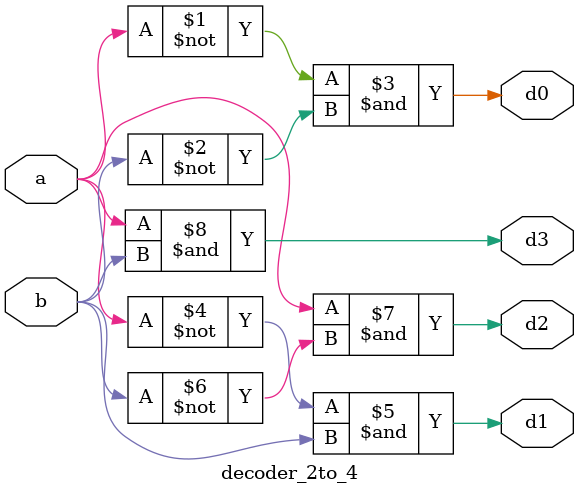
<source format=v>
`timescale 1ns / 1ps

module decoder_2to_4(
    
    input a, b,
    output d0, d1, d2, d3

    );
    
    assign d0 = (~a)&(~b);
    assign d1 = (~a)&(b);
    assign d2 = (a)&(~b);
    assign d3 = (a)&(b);
    
endmodule

</source>
